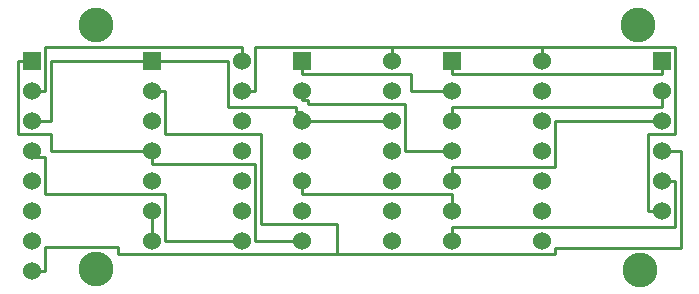
<source format=gbr>
G04 start of page 2 for group 0 idx 0 *
G04 Title: (unknown), top *
G04 Creator: pcb 4.2.2 *
G04 CreationDate: Mon Nov 25 01:58:05 2024 UTC *
G04 For: electronics *
G04 Format: Gerber/RS-274X *
G04 PCB-Dimensions (mil): 2500.00 1000.00 *
G04 PCB-Coordinate-Origin: lower left *
%MOIN*%
%FSLAX25Y25*%
%LNTOP*%
%ADD17C,0.0280*%
%ADD16C,0.0380*%
%ADD15C,0.1100*%
%ADD14C,0.1160*%
%ADD13C,0.0600*%
%ADD12C,0.0001*%
%ADD11C,0.0100*%
G54D11*X140000Y84500D02*X94500D01*
X110000Y80000D02*Y75500D01*
X108000Y64500D02*X85500D01*
X110000Y63000D02*Y60000D01*
X140000Y84500D02*Y80000D01*
X140000Y60000D02*X110000D01*
X110000Y63000D02*X108000D01*
X146500Y75500D02*X110000D01*
X144500Y65500D02*X112000D01*
X144500D02*Y50000D01*
X108000Y64500D02*Y63000D01*
X90000Y84500D02*Y80000D01*
X112000Y67000D02*Y65500D01*
X112000Y67000D02*X110000D01*
Y70000D02*Y67000D01*
X60000Y50000D02*X26500D01*
X60000Y80000D02*X26500D01*
X60000Y50000D02*Y45500D01*
X64500Y35500D02*X24500D01*
Y48000D02*Y35500D01*
X24500Y48000D02*X20000D01*
Y50000D02*Y48000D01*
X20000Y80000D02*X15500D01*
X64500Y70000D02*Y55500D01*
X64500Y70000D02*X60000D01*
X24500D02*X20000D01*
X90000Y84500D02*X24500D01*
Y70000D01*
X94500Y45500D02*X60000D01*
X96500Y55500D02*X64500D01*
X48764Y17979D02*Y15500D01*
X90000Y20000D02*X64500D01*
Y35500D02*Y20000D01*
X94500Y84500D02*Y70000D01*
X94500Y70000D02*X90000D01*
X85500Y80000D02*X60000D01*
X85500D02*Y64500D01*
X110000Y40000D02*Y35500D01*
X48764Y17979D02*X24500D01*
Y10000D01*
X24500Y10000D02*X20000D01*
X26500Y55500D02*Y50000D01*
X26500Y55500D02*X15500D01*
Y80000D02*Y55500D01*
X26500Y80000D02*Y60000D01*
X26500Y60000D02*X20000D01*
X234500Y40000D02*X230000D01*
X225500Y55500D02*Y30000D01*
X234500Y55500D02*X225500D01*
X234500Y84500D02*Y55500D01*
X230000Y80000D02*Y75500D01*
Y70000D02*Y64500D01*
X234500Y40000D02*Y24500D01*
X230000Y30000D02*X225500D01*
X236500Y50000D02*X230000D01*
X236500D02*Y17757D01*
X230000Y60000D02*X194500D01*
Y44500D01*
X121632Y25500D02*Y15500D01*
X60000Y30000D02*Y20000D01*
X110000Y20000D02*X94500D01*
Y45500D02*Y20000D01*
X121632Y25500D02*X96500D01*
Y55500D02*Y25500D01*
X194500Y15500D02*X48764D01*
X160000Y35500D02*X110000D01*
X160000Y50000D02*X144500D01*
X190000Y84500D02*Y80000D01*
X234500Y84500D02*X190000D01*
X230000Y75500D02*X160000D01*
X190000Y84500D02*X140000D01*
X160000Y70000D02*X146500D01*
Y75500D02*Y70000D01*
X160000Y80000D02*Y75500D01*
X230000Y64500D02*X160000D01*
Y60000D01*
X236500Y17757D02*X194500D01*
Y15500D01*
X234500Y24500D02*X160000D01*
Y20000D01*
Y35500D02*Y30000D01*
X194500Y44500D02*X160000D01*
Y40000D01*
G54D12*G36*
X227000Y83000D02*Y77000D01*
X233000D01*
Y83000D01*
X227000D01*
G37*
G54D13*X230000Y70000D03*
Y60000D03*
Y50000D03*
Y40000D03*
Y30000D03*
X20000Y50000D03*
Y40000D03*
Y30000D03*
Y20000D03*
G54D12*G36*
X17000Y83000D02*Y77000D01*
X23000D01*
Y83000D01*
X17000D01*
G37*
G54D13*X20000Y70000D03*
Y60000D03*
Y10000D03*
G54D12*G36*
X57000Y83000D02*Y77000D01*
X63000D01*
Y83000D01*
X57000D01*
G37*
G54D13*X60000Y70000D03*
Y60000D03*
Y50000D03*
X90000D03*
Y60000D03*
Y70000D03*
Y80000D03*
G54D12*G36*
X107000Y83000D02*Y77000D01*
X113000D01*
Y83000D01*
X107000D01*
G37*
G54D13*X110000Y70000D03*
X60000Y40000D03*
X90000D03*
X140000D03*
Y50000D03*
X60000Y30000D03*
Y20000D03*
X90000D03*
Y30000D03*
X140000Y20000D03*
Y30000D03*
X110000Y50000D03*
Y40000D03*
Y30000D03*
Y20000D03*
X190000D03*
Y30000D03*
Y40000D03*
Y50000D03*
Y60000D03*
Y70000D03*
Y80000D03*
X110000Y60000D03*
X140000D03*
Y70000D03*
Y80000D03*
G54D12*G36*
X157000Y83000D02*Y77000D01*
X163000D01*
Y83000D01*
X157000D01*
G37*
G54D13*X160000Y70000D03*
Y60000D03*
Y50000D03*
Y40000D03*
Y30000D03*
Y20000D03*
G54D14*X222170Y92069D03*
X222791Y10457D03*
X41464Y10679D03*
Y92132D03*
G54D15*G54D16*G54D17*M02*

</source>
